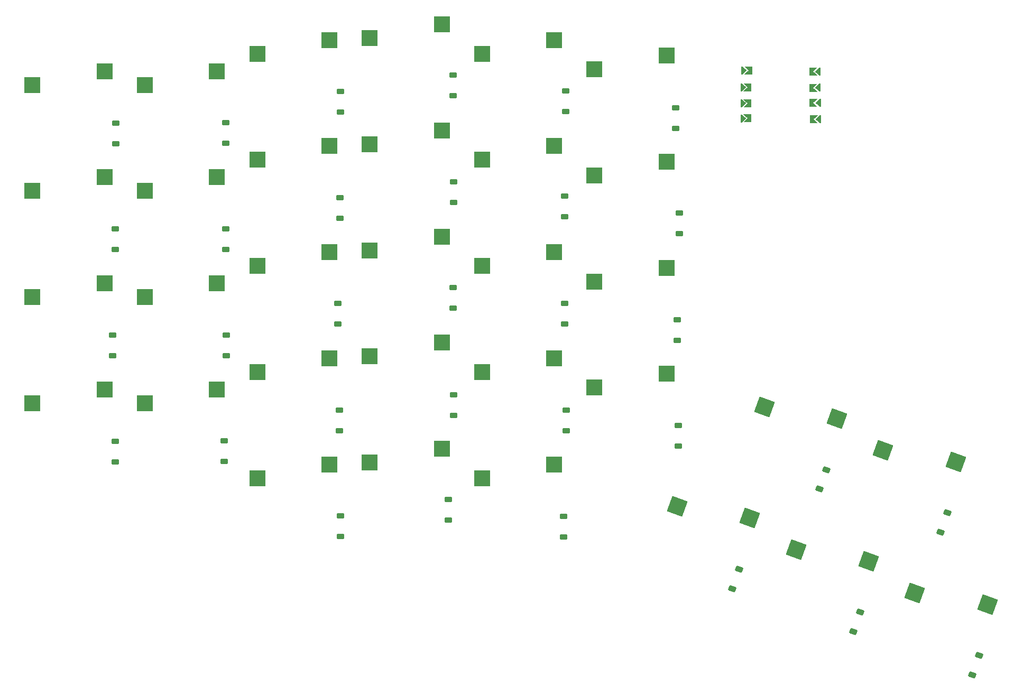
<source format=gbr>
%TF.GenerationSoftware,KiCad,Pcbnew,8.0.5*%
%TF.CreationDate,2024-12-08T15:47:29-07:00*%
%TF.ProjectId,Split V2,53706c69-7420-4563-922e-6b696361645f,rev?*%
%TF.SameCoordinates,Original*%
%TF.FileFunction,Paste,Top*%
%TF.FilePolarity,Positive*%
%FSLAX46Y46*%
G04 Gerber Fmt 4.6, Leading zero omitted, Abs format (unit mm)*
G04 Created by KiCad (PCBNEW 8.0.5) date 2024-12-08 15:47:29*
%MOMM*%
%LPD*%
G01*
G04 APERTURE LIST*
G04 Aperture macros list*
%AMRoundRect*
0 Rectangle with rounded corners*
0 $1 Rounding radius*
0 $2 $3 $4 $5 $6 $7 $8 $9 X,Y pos of 4 corners*
0 Add a 4 corners polygon primitive as box body*
4,1,4,$2,$3,$4,$5,$6,$7,$8,$9,$2,$3,0*
0 Add four circle primitives for the rounded corners*
1,1,$1+$1,$2,$3*
1,1,$1+$1,$4,$5*
1,1,$1+$1,$6,$7*
1,1,$1+$1,$8,$9*
0 Add four rect primitives between the rounded corners*
20,1,$1+$1,$2,$3,$4,$5,0*
20,1,$1+$1,$4,$5,$6,$7,0*
20,1,$1+$1,$6,$7,$8,$9,0*
20,1,$1+$1,$8,$9,$2,$3,0*%
%AMRotRect*
0 Rectangle, with rotation*
0 The origin of the aperture is its center*
0 $1 length*
0 $2 width*
0 $3 Rotation angle, in degrees counterclockwise*
0 Add horizontal line*
21,1,$1,$2,0,0,$3*%
%AMFreePoly0*
4,1,6,-0.054118,0.683245,0.636958,0.066744,-0.054118,-0.566755,-0.273003,-0.563966,-0.269411,0.686099,-0.054118,0.683245,-0.054118,0.683245,$1*%
%AMFreePoly1*
4,1,6,0.394834,-1.028090,-0.855166,-1.028090,-0.164090,-0.411589,-0.855166,0.221910,0.394834,0.221910,0.394834,-1.028090,0.394834,-1.028090,$1*%
%AMFreePoly2*
4,1,6,0.164090,-0.411589,0.855166,-1.028090,-0.394834,-1.028090,-0.394834,0.221910,0.855166,0.221910,0.164090,-0.411589,0.164090,-0.411589,$1*%
G04 Aperture macros list end*
%ADD10RoundRect,0.225000X0.375000X-0.225000X0.375000X0.225000X-0.375000X0.225000X-0.375000X-0.225000X0*%
%ADD11R,2.600000X2.600000*%
%ADD12RotRect,2.600000X2.600000X340.000000*%
%ADD13FreePoly0,0.000000*%
%ADD14FreePoly1,180.000000*%
%ADD15FreePoly2,0.000000*%
%ADD16FreePoly1,0.000000*%
%ADD17FreePoly0,180.000000*%
%ADD18FreePoly2,180.000000*%
%ADD19RoundRect,0.225000X0.275430X-0.339688X0.429339X0.083173X-0.275430X0.339688X-0.429339X-0.083173X0*%
G04 APERTURE END LIST*
D10*
%TO.C,DX3\u002CY2*%
X132601803Y-93633910D03*
X132601803Y-90333910D03*
%TD*%
%TO.C,DX1\u002CY5*%
X186734423Y-130112226D03*
X186734423Y-126812226D03*
%TD*%
D11*
%TO.C,SWX1\u002CY0*%
X94885000Y-121090000D03*
X83335000Y-123290000D03*
%TD*%
D10*
%TO.C,DX3\u002CY3*%
X150762593Y-91086970D03*
X150762593Y-87786970D03*
%TD*%
D11*
%TO.C,SWX4\u002CY0*%
X94885000Y-70090000D03*
X83335000Y-72290000D03*
%TD*%
%TO.C,SWX1\u002CY5*%
X184885000Y-118590000D03*
X173335000Y-120790000D03*
%TD*%
%TO.C,SWX1\u002CY4*%
X166885000Y-116090000D03*
X155335000Y-118290000D03*
%TD*%
D10*
%TO.C,DX2\u002CY2*%
X132211251Y-110611614D03*
X132211251Y-107311614D03*
%TD*%
D12*
%TO.C,SWX0\u002CY3*%
X198194962Y-141697129D03*
X186589068Y-139814120D03*
%TD*%
D10*
%TO.C,DX1\u002CY0*%
X96568428Y-132726583D03*
X96568428Y-129426583D03*
%TD*%
D11*
%TO.C,SWX3\u002CY1*%
X112885000Y-87090000D03*
X101335000Y-89290000D03*
%TD*%
D10*
%TO.C,DX4\u002CY2*%
X132656338Y-76671168D03*
X132656338Y-73371168D03*
%TD*%
%TO.C,DX4\u002CY3*%
X150669480Y-74050404D03*
X150669480Y-70750404D03*
%TD*%
D13*
%TO.C,ProMicro1*%
X197110938Y-70059009D03*
D14*
X208200000Y-70536268D03*
D13*
X197000000Y-72736268D03*
D14*
X208200000Y-73186268D03*
D13*
X197000000Y-75286268D03*
D15*
X208150000Y-74736268D03*
D13*
X197000000Y-77736268D03*
D15*
X208250000Y-77386268D03*
D16*
X198046592Y-77232348D03*
D17*
X209350000Y-77736268D03*
D16*
X198046592Y-74832348D03*
D17*
X209350000Y-75086268D03*
D18*
X198050000Y-73086268D03*
D17*
X209300000Y-72686268D03*
D18*
X198193063Y-70388482D03*
D17*
X209300000Y-70086268D03*
%TD*%
D10*
%TO.C,DX3\u002CY4*%
X168517350Y-93412437D03*
X168517350Y-90112437D03*
%TD*%
D19*
%TO.C,DX0\u002CY5*%
X233833395Y-166809810D03*
X234962061Y-163708824D03*
%TD*%
D10*
%TO.C,DX1\u002CY1*%
X114009430Y-132615847D03*
X114009430Y-129315847D03*
%TD*%
D19*
%TO.C,DMR1*%
X228735487Y-143936229D03*
X229864153Y-140835243D03*
%TD*%
%TO.C,DX0\u002CY4*%
X214786712Y-159870321D03*
X215915378Y-156769335D03*
%TD*%
D10*
%TO.C,DX1\u002CY3*%
X150802734Y-125265948D03*
X150802734Y-121965948D03*
%TD*%
%TO.C,DX4\u002CY1*%
X114310987Y-81617400D03*
X114310987Y-78317400D03*
%TD*%
D11*
%TO.C,SWX3\u002CY2*%
X130885000Y-82090000D03*
X119335000Y-84290000D03*
%TD*%
%TO.C,SWX4\u002CY3*%
X148885000Y-62590000D03*
X137335000Y-64790000D03*
%TD*%
D10*
%TO.C,DX2\u002CY4*%
X168532832Y-110574702D03*
X168532832Y-107274702D03*
%TD*%
D11*
%TO.C,SWX2\u002CY2*%
X130885000Y-99090000D03*
X119335000Y-101290000D03*
%TD*%
D10*
%TO.C,DX4\u002CY5*%
X186326641Y-79255020D03*
X186326641Y-75955020D03*
%TD*%
D11*
%TO.C,SWX0\u002CY0*%
X130885000Y-133090000D03*
X119335000Y-135290000D03*
%TD*%
D10*
%TO.C,DX1\u002CY4*%
X168803195Y-127689087D03*
X168803195Y-124389087D03*
%TD*%
%TO.C,DX3\u002CY0*%
X96612432Y-98617053D03*
X96612432Y-95317053D03*
%TD*%
D11*
%TO.C,SWX3\u002CY4*%
X166885000Y-82090000D03*
X155335000Y-84290000D03*
%TD*%
%TO.C,SWX2\u002CY5*%
X184885000Y-101590000D03*
X173335000Y-103790000D03*
%TD*%
D10*
%TO.C,DX3\u002CY1*%
X114256452Y-98653966D03*
X114256452Y-95353966D03*
%TD*%
D11*
%TO.C,SWX2\u002CY1*%
X112885000Y-104090000D03*
X101335000Y-106290000D03*
%TD*%
D19*
%TO.C,DX0\u002CY3*%
X195397269Y-152967652D03*
X196525935Y-149866666D03*
%TD*%
D11*
%TO.C,SWX1\u002CY3*%
X148885000Y-113590000D03*
X137335000Y-115790000D03*
%TD*%
D10*
%TO.C,DX0\u002CY2*%
X168381064Y-144686128D03*
X168381064Y-141386128D03*
%TD*%
D11*
%TO.C,SWX2\u002CY4*%
X166885000Y-99090000D03*
X155335000Y-101290000D03*
%TD*%
%TO.C,SWX1\u002CY2*%
X130885000Y-116090000D03*
X119335000Y-118290000D03*
%TD*%
D10*
%TO.C,DX3\u002CY5*%
X186899613Y-96143938D03*
X186899613Y-92843938D03*
%TD*%
%TO.C,DX4\u002CY0*%
X96703880Y-81691224D03*
X96703880Y-78391224D03*
%TD*%
D12*
%TO.C,SWML1*%
X212143737Y-125763037D03*
X200537843Y-123880028D03*
%TD*%
D11*
%TO.C,SWX0\u002CY1*%
X148885000Y-130590000D03*
X137335000Y-132790000D03*
%TD*%
D19*
%TO.C,DML1*%
X209346044Y-137033560D03*
X210474710Y-133932574D03*
%TD*%
D11*
%TO.C,SWX4\u002CY4*%
X166885000Y-65090000D03*
X155335000Y-67290000D03*
%TD*%
D12*
%TO.C,SWX0\u002CY4*%
X205617844Y-146740028D03*
X217223738Y-148623037D03*
%TD*%
D11*
%TO.C,SWX2\u002CY3*%
X148885000Y-96590000D03*
X137335000Y-98790000D03*
%TD*%
%TO.C,SWX3\u002CY3*%
X148885000Y-79590000D03*
X137335000Y-81790000D03*
%TD*%
%TO.C,SWX0\u002CY2*%
X166885000Y-133090000D03*
X155335000Y-135290000D03*
%TD*%
%TO.C,SWX1\u002CY1*%
X112885000Y-121090000D03*
X101335000Y-123290000D03*
%TD*%
D10*
%TO.C,DX1\u002CY2*%
X132525342Y-127689087D03*
X132525342Y-124389087D03*
%TD*%
D11*
%TO.C,SWX4\u002CY5*%
X184885000Y-67590000D03*
X173335000Y-69790000D03*
%TD*%
D10*
%TO.C,DX2\u002CY0*%
X96184969Y-115631670D03*
X96184969Y-112331670D03*
%TD*%
D11*
%TO.C,SWX3\u002CY0*%
X94885000Y-87090000D03*
X83335000Y-89290000D03*
%TD*%
D10*
%TO.C,DX2\u002CY5*%
X186582733Y-113250911D03*
X186582733Y-109950911D03*
%TD*%
%TO.C,DX2\u002CY1*%
X114382671Y-115668582D03*
X114382671Y-112368582D03*
%TD*%
D11*
%TO.C,SWX4\u002CY1*%
X112885000Y-70090000D03*
X101335000Y-72290000D03*
%TD*%
D10*
%TO.C,DX0\u002CY0*%
X132668535Y-144630760D03*
X132668535Y-141330760D03*
%TD*%
D11*
%TO.C,SWX3\u002CY5*%
X184885000Y-84590000D03*
X173335000Y-86790000D03*
%TD*%
D10*
%TO.C,DX2\u002CY3*%
X150704251Y-108053335D03*
X150704251Y-104753335D03*
%TD*%
D11*
%TO.C,SWX2\u002CY0*%
X94885000Y-104090000D03*
X83335000Y-106290000D03*
%TD*%
D10*
%TO.C,DX4\u002CY4*%
X168719533Y-76560432D03*
X168719533Y-73260432D03*
%TD*%
%TO.C,DX0\u002CY1*%
X149943433Y-141973083D03*
X149943433Y-138673083D03*
%TD*%
D11*
%TO.C,SWX4\u002CY2*%
X130885000Y-65090000D03*
X119335000Y-67290000D03*
%TD*%
D12*
%TO.C,SWX0\u002CY5*%
X236252513Y-155548945D03*
X224646619Y-153665936D03*
%TD*%
%TO.C,SWMR1*%
X231172513Y-132688945D03*
X219566619Y-130805936D03*
%TD*%
M02*

</source>
